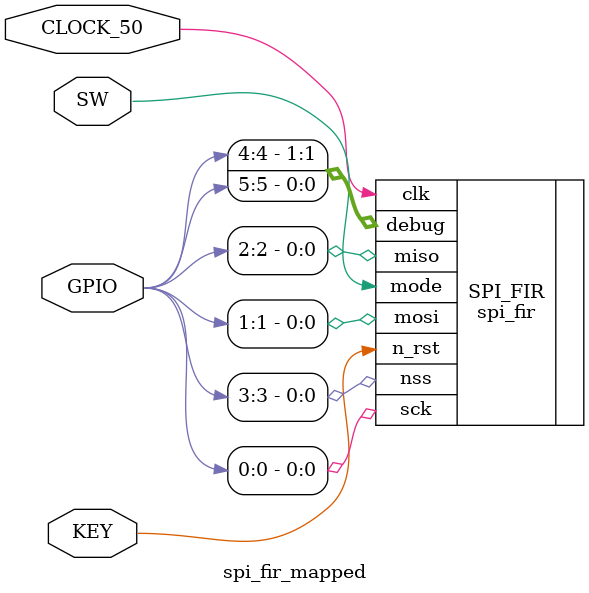
<source format=sv>

module spi_fir_mapped (
    input logic CLOCK_50,
    input logic [0:0] KEY,
    input logic [0:0] SW,
    inout logic [5:0] GPIO
);
    
    spi_fir SPI_FIR (
        .clk(CLOCK_50),
        .n_rst(KEY[0]),
        .mode(SW[0]),
        .sck(GPIO[0]),
        .mosi(GPIO[1]),
        .miso(GPIO[2]),
        .nss(GPIO[3]),
        .debug({GPIO[4], GPIO[5]})
    );

endmodule
</source>
